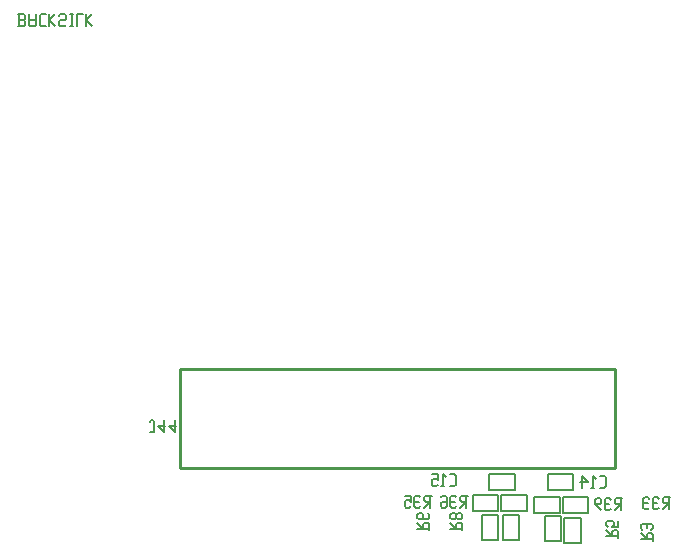
<source format=gbr>
G04 Title: TX Daughterboard, silkscreen, solder side *
G04 Creator: pcb-bin 1.99q *
G04 CreationDate: Fri Feb 10 03:52:58 2006 UTC *
G04 For: matt *
G04 Format: Gerber/RS-274X *
G04 PCB-Dimensions: 275000 250000 *
G04 PCB-Coordinate-Origin: lower left *
%MOIN*%
%FSLAX24Y24*%
%IPPOS*%
%ADD11C,0.0250*%
%ADD12C,0.0080*%
%ADD13C,0.0100*%
%ADD14R,0.0240X0.0240*%
%ADD15R,0.0440X0.0440*%
%ADD16R,0.0300X0.0300*%
%ADD17C,0.0060*%
%ADD18R,0.0540X0.0540*%
%ADD19R,0.0480X0.0480*%
%ADD20R,0.0680X0.0680*%
%ADD21C,0.0720*%
%ADD22C,0.0920X0.0720*%
%ADD23C,0.0920*%
%ADD24C,0.0240*%
%ADD25C,0.0340*%
%ADD26R,0.0200X0.0200*%
%ADD27R,0.0600X0.0600*%
%ADD28R,0.0660X0.0660*%
%ADD29R,0.0900X0.0900X0.0600X0.0600*%
%ADD30R,0.0900X0.0900*%
%ADD31C,0.0600*%
%ADD32C,0.0660*%
%AMTHERM1*7,0,0,0.0900,0.0600,0.0100,45*%
%ADD33THERM1*%
%ADD34C,0.0900X0.0600*%
%ADD35C,0.0900*%
%ADD36C,0.0200*%
%ADD37C,0.1200X0.0900*%
%ADD38C,0.1200*%
%ADD39C,0.0150*%
%AMTHERM2*7,0,0,0.1200,0.0900,0.0150,45*%
%ADD40THERM2*%
%ADD41C,0.0500*%
%ADD42R,0.0500X0.0500*%
%ADD43C,0.1320*%
%ADD44C,0.1520*%
%ADD45C,0.1520X0.1320*%
%ADD46C,0.0400*%
%ADD47C,0.0600X0.0400*%
%AMTHERM3*7,0,0,0.0600,0.0400,0.0100,45*%
%ADD48THERM3*%
%ADD49C,0.0800*%
%ADD50C,0.0800X0.0600*%
%ADD51C,0.0125*%
%AMTHERM4*7,0,0,0.0800,0.0600,0.0125,45*%
%ADD52THERM4*%
%ADD53C,0.0160*%
%AMTHERM5*7,0,0,0.0800,0.0600,0.0160,45*%
%ADD54THERM5*%
%ADD55C,0.0360*%
%ADD56C,0.0560*%
%ADD57C,0.0560X0.0360*%
%LNGROUP_3*%
%LPD*%
G01X0Y0D02*
G54D17*X19130Y7180D02*X19970D01*
Y7720D02*Y7180D01*
X19130Y7720D02*X19970D01*
X19130D02*Y7180D01*
G04 Text: R36 *
G54D12*X17800Y7700D02*X18000D01*
X17800D02*X17750Y7650D01*
Y7550D02*Y7650D01*
X17800Y7500D02*X17750Y7550D01*
X17800Y7500D02*X17950D01*
Y7300D02*Y7700D01*
Y7500D02*X17750Y7300D01*
X17629Y7650D02*X17579Y7700D01*
X17479D02*X17579D01*
X17479D02*X17429Y7650D01*
Y7350D02*Y7650D01*
X17479Y7300D02*X17429Y7350D01*
X17479Y7300D02*X17579D01*
X17629Y7350D02*X17579Y7300D01*
X17429Y7500D02*X17579D01*
X17159Y7700D02*X17109Y7650D01*
X17159Y7700D02*X17259D01*
X17309Y7650D02*X17259Y7700D01*
X17309Y7350D02*Y7650D01*
Y7350D02*X17259Y7300D01*
X17159Y7500D02*X17109Y7450D01*
X17159Y7500D02*X17309D01*
X17159Y7300D02*X17259D01*
X17159D02*X17109Y7350D01*
Y7450D01*
G54D13*X8399Y11918D02*Y8618D01*
Y11918D02*X22899D01*
X8399Y8618D02*X22899D01*
Y11918D02*Y8618D01*
G04 Text: J44 *
G54D12*X7399Y9818D02*X7549D01*
Y10168D01*
X7499Y10218D02*X7549Y10168D01*
X7449Y10218D02*X7499D01*
X7399Y10168D02*X7449Y10218D01*
X7669Y10018D02*X7869Y9818D01*
X7669Y10018D02*X7919D01*
X7869Y9818D02*Y10218D01*
X8039Y10018D02*X8239Y9818D01*
X8039Y10018D02*X8289D01*
X8239Y9818D02*Y10218D01*
G54D17*X19570Y8420D02*Y7880D01*
X18730D02*X19570D01*
X18730Y8420D02*Y7880D01*
Y8420D02*X19570D01*
G04 Text: C15 *
G54D12*X17400Y8020D02*X17550D01*
X17600Y8070D02*X17550Y8020D01*
X17600Y8070D02*Y8370D01*
X17550Y8420D01*
X17400D02*X17550D01*
X17129Y8020D02*X17229D01*
X17179D02*Y8420D01*
X17279Y8320D02*X17179Y8420D01*
X16809D02*X17009D01*
Y8220D02*Y8420D01*
Y8220D02*X16959Y8270D01*
X16859D02*X16959D01*
X16859D02*X16809Y8220D01*
Y8070D02*Y8220D01*
X16859Y8020D02*X16809Y8070D01*
X16859Y8020D02*X16959D01*
X17009Y8070D02*X16959Y8020D01*
G54D17*X20680Y7880D02*Y8420D01*
X21520D01*
Y7880D01*
X20680D01*
G04 Text: C14 *
G54D12*X22400Y7970D02*X22550D01*
X22600Y8020D02*X22550Y7970D01*
X22600Y8020D02*Y8320D01*
X22550Y8370D01*
X22400D02*X22550D01*
X22129Y7970D02*X22229D01*
X22179D02*Y8370D01*
X22279Y8270D02*X22179Y8370D01*
X22009Y8170D02*X21809Y8370D01*
X21759Y8170D02*X22009D01*
X21809Y7970D02*Y8370D01*
G54D17*X19180Y6230D02*X19720D01*
X19180Y7070D02*Y6230D01*
Y7070D02*X19720D01*
Y6230D01*
G04 Text: R8 *
G54D12*X17820Y6550D02*Y6750D01*
X17770Y6800D01*
X17670D02*X17770D01*
X17620Y6750D02*X17670Y6800D01*
X17620Y6600D02*Y6750D01*
X17420Y6600D02*X17820D01*
X17620D02*X17420Y6800D01*
X17470Y6920D02*X17420Y6970D01*
X17470Y6920D02*X17570D01*
X17620Y6970D01*
Y7070D01*
X17570Y7120D01*
X17470D02*X17570D01*
X17420Y7070D02*X17470Y7120D01*
X17420Y6970D02*Y7070D01*
X17670Y6920D02*X17620Y6970D01*
X17670Y6920D02*X17770D01*
X17820Y6970D01*
Y7070D01*
X17770Y7120D01*
X17670D02*X17770D01*
X17620Y7070D02*X17670Y7120D01*
G54D17*X18480Y6230D02*X19020D01*
X18480Y7070D02*Y6230D01*
Y7070D02*X19020D01*
Y6230D01*
G04 Text: R6 *
G54D12*X16720Y6550D02*Y6750D01*
X16670Y6800D01*
X16570D02*X16670D01*
X16520Y6750D02*X16570Y6800D01*
X16520Y6600D02*Y6750D01*
X16320Y6600D02*X16720D01*
X16520D02*X16320Y6800D01*
X16720Y7070D02*X16670Y7120D01*
X16720Y6970D02*Y7070D01*
X16670Y6920D02*X16720Y6970D01*
X16370Y6920D02*X16670D01*
X16370D02*X16320Y6970D01*
X16520Y7070D02*X16470Y7120D01*
X16520Y6920D02*Y7070D01*
X16320Y6970D02*Y7070D01*
X16370Y7120D01*
X16470D01*
G54D17*X20580Y6180D02*X21120D01*
X20580Y7020D02*Y6180D01*
Y7020D02*X21120D01*
Y6180D01*
G04 Text: R5 *
G54D12*X23020Y6300D02*Y6500D01*
X22970Y6550D01*
X22870D02*X22970D01*
X22820Y6500D02*X22870Y6550D01*
X22820Y6350D02*Y6500D01*
X22620Y6350D02*X23020D01*
X22820D02*X22620Y6550D01*
X23020Y6670D02*Y6870D01*
X22820Y6670D02*X23020D01*
X22820D02*X22870Y6720D01*
Y6820D01*
X22820Y6870D01*
X22670D02*X22820D01*
X22620Y6820D02*X22670Y6870D01*
X22620Y6720D02*Y6820D01*
X22670Y6670D02*X22620Y6720D01*
G54D17*X21230Y6130D02*X21770D01*
X21230Y6970D02*Y6130D01*
Y6970D02*X21770D01*
Y6130D01*
G04 Text: R3 *
G54D12*X24170Y6200D02*Y6400D01*
X24120Y6450D01*
X24020D02*X24120D01*
X23970Y6400D02*X24020Y6450D01*
X23970Y6250D02*Y6400D01*
X23770Y6250D02*X24170D01*
X23970D02*X23770Y6450D01*
X24120Y6570D02*X24170Y6620D01*
Y6720D01*
X24120Y6770D01*
X23820D02*X24120D01*
X23770Y6720D02*X23820Y6770D01*
X23770Y6620D02*Y6720D01*
X23820Y6570D02*X23770Y6620D01*
X23970D02*Y6770D01*
G54D17*X21070Y7670D02*Y7130D01*
X20230D02*X21070D01*
X20230Y7670D02*Y7130D01*
Y7670D02*X21070D01*
G04 Text: R39 *
G54D12*X22950Y7620D02*X23150D01*
X22950D02*X22900Y7570D01*
Y7470D02*Y7570D01*
X22950Y7420D02*X22900Y7470D01*
X22950Y7420D02*X23100D01*
Y7220D02*Y7620D01*
Y7420D02*X22900Y7220D01*
X22779Y7570D02*X22729Y7620D01*
X22629D02*X22729D01*
X22629D02*X22579Y7570D01*
Y7270D02*Y7570D01*
X22629Y7220D02*X22579Y7270D01*
X22629Y7220D02*X22729D01*
X22779Y7270D02*X22729Y7220D01*
X22579Y7420D02*X22729D01*
X22459Y7220D02*X22259Y7420D01*
Y7570D01*
X22309Y7620D02*X22259Y7570D01*
X22309Y7620D02*X22409D01*
X22459Y7570D02*X22409Y7620D01*
X22459Y7470D02*Y7570D01*
Y7470D02*X22409Y7420D01*
X22259D02*X22409D01*
G54D17*X21180Y7130D02*X22020D01*
Y7670D02*Y7130D01*
X21180Y7670D02*X22020D01*
X21180D02*Y7130D01*
G04 Text: R33 *
G54D12*X24550Y7650D02*X24750D01*
X24550D02*X24500Y7600D01*
Y7500D02*Y7600D01*
X24550Y7450D02*X24500Y7500D01*
X24550Y7450D02*X24700D01*
Y7250D02*Y7650D01*
Y7450D02*X24500Y7250D01*
X24379Y7600D02*X24329Y7650D01*
X24229D02*X24329D01*
X24229D02*X24179Y7600D01*
Y7300D02*Y7600D01*
X24229Y7250D02*X24179Y7300D01*
X24229Y7250D02*X24329D01*
X24379Y7300D02*X24329Y7250D01*
X24179Y7450D02*X24329D01*
X24059Y7600D02*X24009Y7650D01*
X23909D02*X24009D01*
X23909D02*X23859Y7600D01*
Y7300D02*Y7600D01*
X23909Y7250D02*X23859Y7300D01*
X23909Y7250D02*X24009D01*
X24059Y7300D02*X24009Y7250D01*
X23859Y7450D02*X24009D01*
G54D17*X18180Y7720D02*X19020D01*
X18180D02*Y7180D01*
X19020D01*
Y7720D02*Y7180D01*
G04 Text: R35 *
G54D12*X16600Y7700D02*X16800D01*
X16600D02*X16550Y7650D01*
Y7550D02*Y7650D01*
X16600Y7500D02*X16550Y7550D01*
X16600Y7500D02*X16750D01*
Y7300D02*Y7700D01*
Y7500D02*X16550Y7300D01*
X16429Y7650D02*X16379Y7700D01*
X16279D02*X16379D01*
X16279D02*X16229Y7650D01*
Y7350D02*Y7650D01*
X16279Y7300D02*X16229Y7350D01*
X16279Y7300D02*X16379D01*
X16429Y7350D02*X16379Y7300D01*
X16229Y7500D02*X16379D01*
X15909Y7700D02*X16109D01*
Y7500D02*Y7700D01*
Y7500D02*X16059Y7550D01*
X15959D02*X16059D01*
X15959D02*X15909Y7500D01*
Y7350D02*Y7500D01*
X15959Y7300D02*X15909Y7350D01*
X15959Y7300D02*X16059D01*
X16109Y7350D02*X16059Y7300D01*
G04 Text: BACKSILK *
X3000Y23750D02*X3200D01*
X3250Y23700D01*
Y23600D02*Y23700D01*
X3200Y23550D02*X3250Y23600D01*
X3050Y23550D02*X3200D01*
X3050Y23350D02*Y23750D01*
X3000Y23350D02*X3200D01*
X3250Y23400D01*
Y23500D01*
X3200Y23550D02*X3250Y23500D01*
X3370Y23400D02*Y23750D01*
Y23400D02*X3420Y23350D01*
X3570D01*
X3620Y23400D01*
Y23750D01*
X3370Y23550D02*X3620D01*
X3790Y23750D02*X3940D01*
X3740Y23700D02*X3790Y23750D01*
X3740Y23400D02*Y23700D01*
Y23400D02*X3790Y23350D01*
X3940D01*
X4060D02*Y23750D01*
Y23550D02*X4260Y23350D01*
X4060Y23550D02*X4260Y23750D01*
X4580Y23350D02*X4630Y23400D01*
X4430Y23350D02*X4580D01*
X4380Y23400D02*X4430Y23350D01*
X4380Y23400D02*Y23500D01*
X4430Y23550D01*
X4580D01*
X4630Y23600D01*
Y23700D01*
X4580Y23750D02*X4630Y23700D01*
X4430Y23750D02*X4580D01*
X4380Y23700D02*X4430Y23750D01*
X4750Y23350D02*X4850D01*
X4800D02*Y23750D01*
X4750D02*X4850D01*
X4970Y23350D02*Y23750D01*
X5170D01*
X5290Y23350D02*Y23750D01*
Y23550D02*X5490Y23350D01*
X5290Y23550D02*X5490Y23750D01*
%LNCUTS*%
%LPC*%
G54D14*X19360Y6410D02*X19540D01*
X19360Y6890D02*X19540D01*
X18660D02*X18840D01*
X18360Y7540D02*Y7360D01*
M02*

</source>
